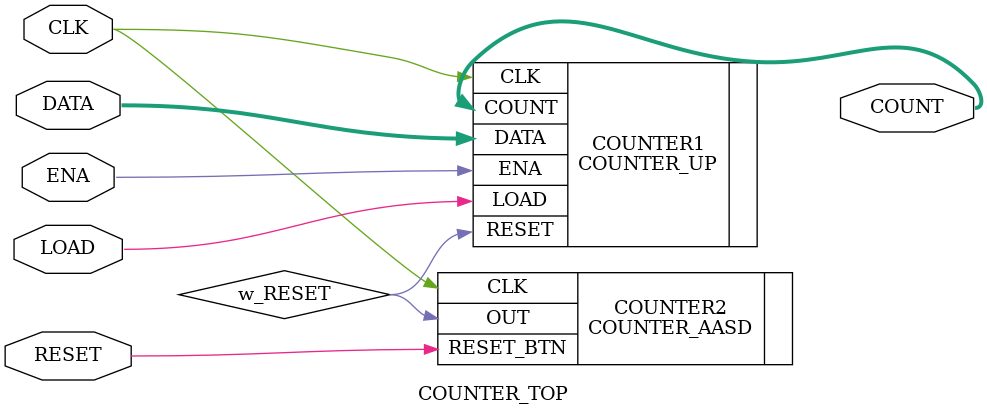
<source format=v>
/* Aaron Joseph Nanas
** ECE 526L | Spring 2021
** Lab 5: Reloadable 8-Bit Up Counter with AASD reset
** Professor Mehran
*/
`timescale 1ns / 1ps

module COUNTER_TOP (CLK, RESET, ENA, LOAD, DATA, COUNT);

    input CLK, RESET, ENA, LOAD;
    input wire [7:0] DATA;
    output wire [7:0] COUNT;
    
    wire w_RESET;
    
    COUNTER_UP      COUNTER1 (.CLK(CLK), .RESET(w_RESET), .ENA(ENA), .LOAD(LOAD), .DATA(DATA), .COUNT(COUNT));
    COUNTER_AASD    COUNTER2 (.CLK(CLK), .RESET_BTN(RESET), .OUT(w_RESET));
    
endmodule



</source>
